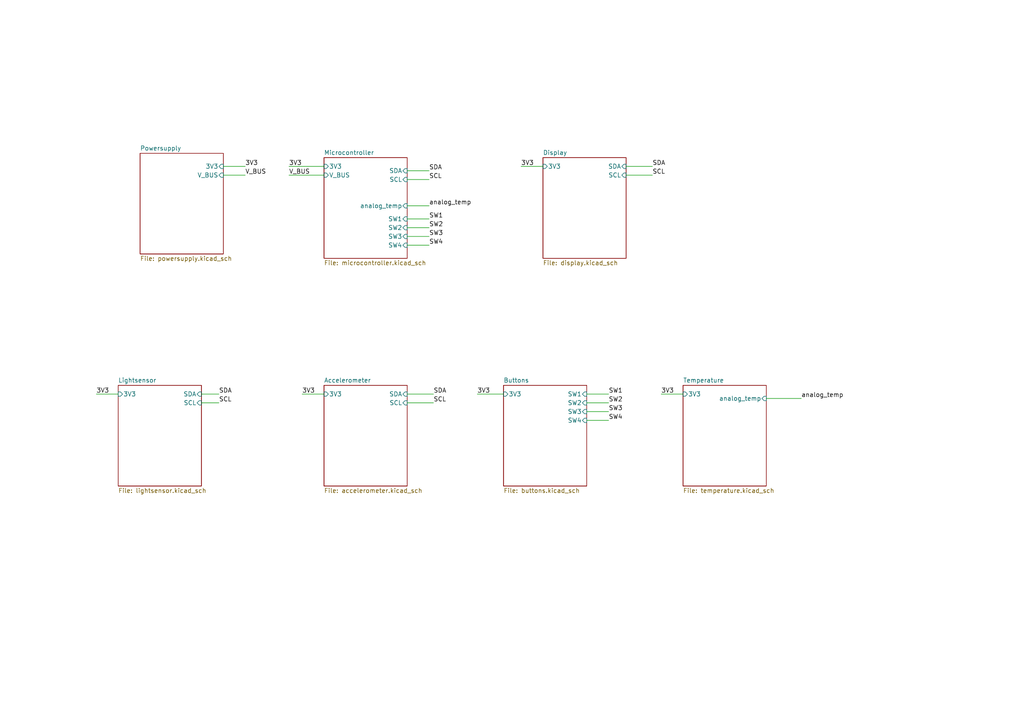
<source format=kicad_sch>
(kicad_sch
	(version 20231120)
	(generator "eeschema")
	(generator_version "8.0")
	(uuid "8be05e97-5dcd-4728-be4d-0875526ad2b5")
	(paper "A4")
	(lib_symbols)
	(wire
		(pts
			(xy 191.77 114.3) (xy 198.12 114.3)
		)
		(stroke
			(width 0)
			(type default)
		)
		(uuid "03b8661b-34b3-4ef5-97a0-bcc601a4f08b")
	)
	(wire
		(pts
			(xy 118.11 68.58) (xy 124.46 68.58)
		)
		(stroke
			(width 0)
			(type default)
		)
		(uuid "056b8ecf-d6e6-452b-92f7-6e0b05f61cb6")
	)
	(wire
		(pts
			(xy 170.18 119.38) (xy 176.53 119.38)
		)
		(stroke
			(width 0)
			(type default)
		)
		(uuid "093e4eca-8fa2-43d2-a393-d0169225444e")
	)
	(wire
		(pts
			(xy 64.77 48.26) (xy 71.12 48.26)
		)
		(stroke
			(width 0)
			(type default)
		)
		(uuid "0ae225a2-1d94-4f60-bcee-f381276ba3fa")
	)
	(wire
		(pts
			(xy 83.82 48.26) (xy 93.98 48.26)
		)
		(stroke
			(width 0)
			(type default)
		)
		(uuid "0bf7fbd6-4dec-4287-a12d-8cf33d60680c")
	)
	(wire
		(pts
			(xy 138.43 114.3) (xy 146.05 114.3)
		)
		(stroke
			(width 0)
			(type default)
		)
		(uuid "19bcad36-ecd9-4f2b-921c-38088e5036b0")
	)
	(wire
		(pts
			(xy 64.77 50.8) (xy 71.12 50.8)
		)
		(stroke
			(width 0)
			(type default)
		)
		(uuid "1d9c65b6-800b-453b-affe-e1a1bb7e1d54")
	)
	(wire
		(pts
			(xy 27.94 114.3) (xy 34.29 114.3)
		)
		(stroke
			(width 0)
			(type default)
		)
		(uuid "251b3e70-bc3c-41e3-aca7-f8c00e264aba")
	)
	(wire
		(pts
			(xy 170.18 116.84) (xy 176.53 116.84)
		)
		(stroke
			(width 0)
			(type default)
		)
		(uuid "34153bcf-f5e3-4cb0-b8b0-56182b3bf3df")
	)
	(wire
		(pts
			(xy 170.18 121.92) (xy 176.53 121.92)
		)
		(stroke
			(width 0)
			(type default)
		)
		(uuid "5d60624e-ca05-4ee0-832c-496e92f9c9cb")
	)
	(wire
		(pts
			(xy 118.11 52.07) (xy 124.46 52.07)
		)
		(stroke
			(width 0)
			(type default)
		)
		(uuid "6b184ac1-1f9a-4f8f-bd0f-d525251ae74d")
	)
	(wire
		(pts
			(xy 118.11 63.5) (xy 124.46 63.5)
		)
		(stroke
			(width 0)
			(type default)
		)
		(uuid "6bbbb051-daef-4eeb-aa26-9ee10c9af588")
	)
	(wire
		(pts
			(xy 118.11 116.84) (xy 125.73 116.84)
		)
		(stroke
			(width 0)
			(type default)
		)
		(uuid "6e7e5f96-957b-4ad3-bf5f-59f29fcd2a98")
	)
	(wire
		(pts
			(xy 181.61 48.26) (xy 189.23 48.26)
		)
		(stroke
			(width 0)
			(type default)
		)
		(uuid "7a154341-2eab-4c21-bc14-57afc9387476")
	)
	(wire
		(pts
			(xy 58.42 116.84) (xy 63.5 116.84)
		)
		(stroke
			(width 0)
			(type default)
		)
		(uuid "7a5be44a-f518-4ba8-b11a-55b0737f8049")
	)
	(wire
		(pts
			(xy 151.13 48.26) (xy 157.48 48.26)
		)
		(stroke
			(width 0)
			(type default)
		)
		(uuid "7fb531cb-afd1-4ae2-be92-b73c5eaaef6c")
	)
	(wire
		(pts
			(xy 83.82 50.8) (xy 93.98 50.8)
		)
		(stroke
			(width 0)
			(type default)
		)
		(uuid "982ca279-f2af-45d9-91ad-7548269d547d")
	)
	(wire
		(pts
			(xy 118.11 114.3) (xy 125.73 114.3)
		)
		(stroke
			(width 0)
			(type default)
		)
		(uuid "9ed288d9-d496-4994-b1e8-b0a1c01ac715")
	)
	(wire
		(pts
			(xy 170.18 114.3) (xy 176.53 114.3)
		)
		(stroke
			(width 0)
			(type default)
		)
		(uuid "a0b2b203-a5b2-48a8-8f20-ca7e27af8272")
	)
	(wire
		(pts
			(xy 118.11 71.12) (xy 124.46 71.12)
		)
		(stroke
			(width 0)
			(type default)
		)
		(uuid "a46447b3-5cee-4860-9f14-a848114a0844")
	)
	(wire
		(pts
			(xy 58.42 114.3) (xy 63.5 114.3)
		)
		(stroke
			(width 0)
			(type default)
		)
		(uuid "a8a6f1e8-f9a9-4d63-94c8-0aa472769c68")
	)
	(wire
		(pts
			(xy 118.11 66.04) (xy 124.46 66.04)
		)
		(stroke
			(width 0)
			(type default)
		)
		(uuid "cab66be8-d7d7-4491-b199-d68efbce2c6b")
	)
	(wire
		(pts
			(xy 222.25 115.57) (xy 232.41 115.57)
		)
		(stroke
			(width 0)
			(type default)
		)
		(uuid "ce97c9d5-4da1-4b37-96c1-f3e12d799668")
	)
	(wire
		(pts
			(xy 87.63 114.3) (xy 93.98 114.3)
		)
		(stroke
			(width 0)
			(type default)
		)
		(uuid "d6c37d8d-ce42-4dbf-962e-36436f771fb6")
	)
	(wire
		(pts
			(xy 118.11 59.69) (xy 124.46 59.69)
		)
		(stroke
			(width 0)
			(type default)
		)
		(uuid "db8ae876-e382-48fd-b57c-86acbfced623")
	)
	(wire
		(pts
			(xy 181.61 50.8) (xy 189.23 50.8)
		)
		(stroke
			(width 0)
			(type default)
		)
		(uuid "e4c70340-63c8-4ce3-b232-c97fe45c8840")
	)
	(wire
		(pts
			(xy 118.11 49.53) (xy 124.46 49.53)
		)
		(stroke
			(width 0)
			(type default)
		)
		(uuid "f1f68b9d-51bb-43be-8740-b82f472ba744")
	)
	(label "SW1"
		(at 124.46 63.5 0)
		(fields_autoplaced yes)
		(effects
			(font
				(size 1.27 1.27)
			)
			(justify left bottom)
		)
		(uuid "02f1de21-5f02-4914-8456-f7e64a78df54")
	)
	(label "SW2"
		(at 176.53 116.84 0)
		(fields_autoplaced yes)
		(effects
			(font
				(size 1.27 1.27)
			)
			(justify left bottom)
		)
		(uuid "0d8e04ba-662a-4e21-a0e8-eddbcccece10")
	)
	(label "SCL"
		(at 125.73 116.84 0)
		(fields_autoplaced yes)
		(effects
			(font
				(size 1.27 1.27)
			)
			(justify left bottom)
		)
		(uuid "306f7eaf-8923-4171-bd96-5f187cf09835")
	)
	(label "SW4"
		(at 124.46 71.12 0)
		(fields_autoplaced yes)
		(effects
			(font
				(size 1.27 1.27)
			)
			(justify left bottom)
		)
		(uuid "353ce124-519c-4111-8911-0e4c36fffb75")
	)
	(label "SDA"
		(at 125.73 114.3 0)
		(fields_autoplaced yes)
		(effects
			(font
				(size 1.27 1.27)
			)
			(justify left bottom)
		)
		(uuid "3b573054-201f-409f-9a26-e334fcd13ef4")
	)
	(label "3V3"
		(at 83.82 48.26 0)
		(fields_autoplaced yes)
		(effects
			(font
				(size 1.27 1.27)
			)
			(justify left bottom)
		)
		(uuid "3bc8a01b-db57-4dc2-bf34-748db91b27ca")
	)
	(label "SW1"
		(at 176.53 114.3 0)
		(fields_autoplaced yes)
		(effects
			(font
				(size 1.27 1.27)
			)
			(justify left bottom)
		)
		(uuid "4668eb36-0620-49da-a159-1ae2270e3496")
	)
	(label "SW4"
		(at 176.53 121.92 0)
		(fields_autoplaced yes)
		(effects
			(font
				(size 1.27 1.27)
			)
			(justify left bottom)
		)
		(uuid "52a6df2a-4afc-4268-9ad7-fa2c4bc8f030")
	)
	(label "3V3"
		(at 87.63 114.3 0)
		(fields_autoplaced yes)
		(effects
			(font
				(size 1.27 1.27)
			)
			(justify left bottom)
		)
		(uuid "6a801c46-b239-48cc-b57a-7b4592f0d4bc")
	)
	(label "SDA"
		(at 189.23 48.26 0)
		(fields_autoplaced yes)
		(effects
			(font
				(size 1.27 1.27)
			)
			(justify left bottom)
		)
		(uuid "6f58fb58-d106-4ecf-a887-25ef665773f8")
	)
	(label "3V3"
		(at 138.43 114.3 0)
		(fields_autoplaced yes)
		(effects
			(font
				(size 1.27 1.27)
			)
			(justify left bottom)
		)
		(uuid "73f02346-ffb8-44e8-9ece-013aff3c773b")
	)
	(label "analog_temp"
		(at 232.41 115.57 0)
		(fields_autoplaced yes)
		(effects
			(font
				(size 1.27 1.27)
			)
			(justify left bottom)
		)
		(uuid "79405c65-6503-43c6-9429-9c11c293566a")
	)
	(label "SW2"
		(at 124.46 66.04 0)
		(fields_autoplaced yes)
		(effects
			(font
				(size 1.27 1.27)
			)
			(justify left bottom)
		)
		(uuid "7daeacbf-5e45-4b18-8b00-71255d221b5a")
	)
	(label "SCL"
		(at 63.5 116.84 0)
		(fields_autoplaced yes)
		(effects
			(font
				(size 1.27 1.27)
			)
			(justify left bottom)
		)
		(uuid "8371c571-e9ed-4643-8a0c-69fc36f0f0c4")
	)
	(label "SDA"
		(at 63.5 114.3 0)
		(fields_autoplaced yes)
		(effects
			(font
				(size 1.27 1.27)
			)
			(justify left bottom)
		)
		(uuid "8a58fa1c-76c7-43c0-ac3b-8dae874d031a")
	)
	(label "3V3"
		(at 151.13 48.26 0)
		(fields_autoplaced yes)
		(effects
			(font
				(size 1.27 1.27)
			)
			(justify left bottom)
		)
		(uuid "8c47b4de-9b12-4829-a7d2-e013ee78fe55")
	)
	(label "SCL"
		(at 189.23 50.8 0)
		(fields_autoplaced yes)
		(effects
			(font
				(size 1.27 1.27)
			)
			(justify left bottom)
		)
		(uuid "978b662e-f017-4eba-a082-f8d5e5cfb236")
	)
	(label "SW3"
		(at 124.46 68.58 0)
		(fields_autoplaced yes)
		(effects
			(font
				(size 1.27 1.27)
			)
			(justify left bottom)
		)
		(uuid "9eb01538-c19d-40b2-a253-954b06d2431b")
	)
	(label "SDA"
		(at 124.46 49.53 0)
		(fields_autoplaced yes)
		(effects
			(font
				(size 1.27 1.27)
			)
			(justify left bottom)
		)
		(uuid "a2de02d2-97c1-4492-a458-914385d8d7c3")
	)
	(label "3V3"
		(at 27.94 114.3 0)
		(fields_autoplaced yes)
		(effects
			(font
				(size 1.27 1.27)
			)
			(justify left bottom)
		)
		(uuid "a97b0e09-e286-4438-b0f0-5932d4662f80")
	)
	(label "analog_temp"
		(at 124.46 59.69 0)
		(fields_autoplaced yes)
		(effects
			(font
				(size 1.27 1.27)
			)
			(justify left bottom)
		)
		(uuid "b43638e9-c342-4f5e-848d-dea2190987e3")
	)
	(label "V_BUS"
		(at 71.12 50.8 0)
		(fields_autoplaced yes)
		(effects
			(font
				(size 1.27 1.27)
			)
			(justify left bottom)
		)
		(uuid "c5c57376-c733-4484-953e-2494a3c63df4")
	)
	(label "3V3"
		(at 191.77 114.3 0)
		(fields_autoplaced yes)
		(effects
			(font
				(size 1.27 1.27)
			)
			(justify left bottom)
		)
		(uuid "d792d02a-79fb-4871-9769-b40c66213582")
	)
	(label "SW3"
		(at 176.53 119.38 0)
		(fields_autoplaced yes)
		(effects
			(font
				(size 1.27 1.27)
			)
			(justify left bottom)
		)
		(uuid "d821fc1a-5cb0-4ca4-a395-46debb1dadf8")
	)
	(label "SCL"
		(at 124.46 52.07 0)
		(fields_autoplaced yes)
		(effects
			(font
				(size 1.27 1.27)
			)
			(justify left bottom)
		)
		(uuid "eb70edd3-fc46-47ff-a1ed-1c1a22dd2797")
	)
	(label "3V3"
		(at 71.12 48.26 0)
		(fields_autoplaced yes)
		(effects
			(font
				(size 1.27 1.27)
			)
			(justify left bottom)
		)
		(uuid "f0a49ccd-6a77-4c2a-992c-7dccd95c2246")
	)
	(label "V_BUS"
		(at 83.82 50.8 0)
		(fields_autoplaced yes)
		(effects
			(font
				(size 1.27 1.27)
			)
			(justify left bottom)
		)
		(uuid "faeb2d98-9f9e-43f0-b8c0-eb60ee89bbc9")
	)
	(sheet
		(at 34.29 111.76)
		(size 24.13 29.21)
		(fields_autoplaced yes)
		(stroke
			(width 0.1524)
			(type solid)
		)
		(fill
			(color 0 0 0 0.0000)
		)
		(uuid "25a26dcd-8080-4b91-89d1-79042363847b")
		(property "Sheetname" "Lightsensor"
			(at 34.29 111.0484 0)
			(effects
				(font
					(size 1.27 1.27)
				)
				(justify left bottom)
			)
		)
		(property "Sheetfile" "lightsensor.kicad_sch"
			(at 34.29 141.5546 0)
			(effects
				(font
					(size 1.27 1.27)
				)
				(justify left top)
			)
		)
		(pin "SCL" input
			(at 58.42 116.84 0)
			(effects
				(font
					(size 1.27 1.27)
				)
				(justify right)
			)
			(uuid "d706d890-67d5-4818-a2f4-e6e78b596aa0")
		)
		(pin "SDA" input
			(at 58.42 114.3 0)
			(effects
				(font
					(size 1.27 1.27)
				)
				(justify right)
			)
			(uuid "5edaa819-79dd-4840-8f17-5c23b1e2a623")
		)
		(pin "3V3" input
			(at 34.29 114.3 180)
			(effects
				(font
					(size 1.27 1.27)
				)
				(justify left)
			)
			(uuid "0a82be41-d153-4a22-ab5c-5270adbb2dfb")
		)
		(instances
			(project "Riddle_PCB"
				(path "/8be05e97-5dcd-4728-be4d-0875526ad2b5"
					(page "9")
				)
			)
		)
	)
	(sheet
		(at 40.64 44.45)
		(size 24.13 29.21)
		(fields_autoplaced yes)
		(stroke
			(width 0.1524)
			(type solid)
		)
		(fill
			(color 0 0 0 0.0000)
		)
		(uuid "56346ff2-5a7d-4d9b-9ef3-e2f376c06016")
		(property "Sheetname" "Powersupply"
			(at 40.64 43.7384 0)
			(effects
				(font
					(size 1.27 1.27)
				)
				(justify left bottom)
			)
		)
		(property "Sheetfile" "powersupply.kicad_sch"
			(at 40.64 74.2446 0)
			(effects
				(font
					(size 1.27 1.27)
				)
				(justify left top)
			)
		)
		(pin "3V3" input
			(at 64.77 48.26 0)
			(effects
				(font
					(size 1.27 1.27)
				)
				(justify right)
			)
			(uuid "f1c2eed2-4969-4a2a-a4a6-4887c95e572d")
		)
		(pin "V_BUS" input
			(at 64.77 50.8 0)
			(effects
				(font
					(size 1.27 1.27)
				)
				(justify right)
			)
			(uuid "ee2ec908-1d4c-44b1-b103-2d5be1680a4e")
		)
		(instances
			(project "Riddle_PCB"
				(path "/8be05e97-5dcd-4728-be4d-0875526ad2b5"
					(page "2")
				)
			)
		)
	)
	(sheet
		(at 93.98 111.76)
		(size 24.13 29.21)
		(fields_autoplaced yes)
		(stroke
			(width 0.1524)
			(type solid)
		)
		(fill
			(color 0 0 0 0.0000)
		)
		(uuid "5ea14c8d-5191-4cb5-82f0-46093b97cd04")
		(property "Sheetname" "Accelerometer"
			(at 93.98 111.0484 0)
			(effects
				(font
					(size 1.27 1.27)
				)
				(justify left bottom)
			)
		)
		(property "Sheetfile" "accelerometer.kicad_sch"
			(at 93.98 141.5546 0)
			(effects
				(font
					(size 1.27 1.27)
				)
				(justify left top)
			)
		)
		(pin "SDA" input
			(at 118.11 114.3 0)
			(effects
				(font
					(size 1.27 1.27)
				)
				(justify right)
			)
			(uuid "e19732a8-2c92-4143-92d1-591c2fa6203d")
		)
		(pin "3V3" input
			(at 93.98 114.3 180)
			(effects
				(font
					(size 1.27 1.27)
				)
				(justify left)
			)
			(uuid "d33bce80-feba-407a-9d30-49d1a98e498b")
		)
		(pin "SCL" input
			(at 118.11 116.84 0)
			(effects
				(font
					(size 1.27 1.27)
				)
				(justify right)
			)
			(uuid "5e8b560f-cfeb-4aa2-b0cf-3714d6f857a4")
		)
		(instances
			(project "Riddle_PCB"
				(path "/8be05e97-5dcd-4728-be4d-0875526ad2b5"
					(page "6")
				)
			)
		)
	)
	(sheet
		(at 93.98 45.72)
		(size 24.13 29.21)
		(fields_autoplaced yes)
		(stroke
			(width 0.1524)
			(type solid)
		)
		(fill
			(color 0 0 0 0.0000)
		)
		(uuid "7557c007-a2ff-4c7f-89b5-43cbb85e8482")
		(property "Sheetname" "Microcontroller"
			(at 93.98 45.0084 0)
			(effects
				(font
					(size 1.27 1.27)
				)
				(justify left bottom)
			)
		)
		(property "Sheetfile" "microcontroller.kicad_sch"
			(at 93.98 75.5146 0)
			(effects
				(font
					(size 1.27 1.27)
				)
				(justify left top)
			)
		)
		(pin "V_BUS" input
			(at 93.98 50.8 180)
			(effects
				(font
					(size 1.27 1.27)
				)
				(justify left)
			)
			(uuid "b031ffe1-10c2-4489-a2b7-5175df1b8644")
		)
		(pin "3V3" input
			(at 93.98 48.26 180)
			(effects
				(font
					(size 1.27 1.27)
				)
				(justify left)
			)
			(uuid "2c26015b-4681-4eb1-a4dd-69f879226563")
		)
		(pin "analog_temp" input
			(at 118.11 59.69 0)
			(effects
				(font
					(size 1.27 1.27)
				)
				(justify right)
			)
			(uuid "0f62a0f6-cff4-4b00-8408-083fcacdf254")
		)
		(pin "SDA" input
			(at 118.11 49.53 0)
			(effects
				(font
					(size 1.27 1.27)
				)
				(justify right)
			)
			(uuid "c3e9dd5b-930f-4fc2-8300-47d276d222c5")
		)
		(pin "SCL" input
			(at 118.11 52.07 0)
			(effects
				(font
					(size 1.27 1.27)
				)
				(justify right)
			)
			(uuid "0ac026ff-7a0b-47d0-b59b-72589e33e3e2")
		)
		(pin "SW1" input
			(at 118.11 63.5 0)
			(effects
				(font
					(size 1.27 1.27)
				)
				(justify right)
			)
			(uuid "eb151a66-d2c4-4e38-a8ae-eac84e0120ee")
		)
		(pin "SW2" input
			(at 118.11 66.04 0)
			(effects
				(font
					(size 1.27 1.27)
				)
				(justify right)
			)
			(uuid "591eb610-5ed1-49b8-8217-3b846d6d8d22")
		)
		(pin "SW3" input
			(at 118.11 68.58 0)
			(effects
				(font
					(size 1.27 1.27)
				)
				(justify right)
			)
			(uuid "6f6a5486-1d9a-4fd0-b576-57544779eba4")
		)
		(pin "SW4" input
			(at 118.11 71.12 0)
			(effects
				(font
					(size 1.27 1.27)
				)
				(justify right)
			)
			(uuid "ead2d5df-dfbc-4a2a-92e7-b5c22fe51b5c")
		)
		(instances
			(project "Riddle_PCB"
				(path "/8be05e97-5dcd-4728-be4d-0875526ad2b5"
					(page "3")
				)
			)
		)
	)
	(sheet
		(at 146.05 111.76)
		(size 24.13 29.21)
		(fields_autoplaced yes)
		(stroke
			(width 0.1524)
			(type solid)
		)
		(fill
			(color 0 0 0 0.0000)
		)
		(uuid "7ce85457-32fd-4ae3-a747-c324530bd3b8")
		(property "Sheetname" "Buttons"
			(at 146.05 111.0484 0)
			(effects
				(font
					(size 1.27 1.27)
				)
				(justify left bottom)
			)
		)
		(property "Sheetfile" "buttons.kicad_sch"
			(at 146.05 141.5546 0)
			(effects
				(font
					(size 1.27 1.27)
				)
				(justify left top)
			)
		)
		(pin "3V3" input
			(at 146.05 114.3 180)
			(effects
				(font
					(size 1.27 1.27)
				)
				(justify left)
			)
			(uuid "ac6255b1-152a-4525-8b6a-6e6d348e68be")
		)
		(pin "SW1" input
			(at 170.18 114.3 0)
			(effects
				(font
					(size 1.27 1.27)
				)
				(justify right)
			)
			(uuid "f488e350-7b97-42fe-a14f-69a190d619f6")
		)
		(pin "SW2" input
			(at 170.18 116.84 0)
			(effects
				(font
					(size 1.27 1.27)
				)
				(justify right)
			)
			(uuid "ceb4cd1d-cfd3-4cbd-a0f0-82329fbd7157")
		)
		(pin "SW3" input
			(at 170.18 119.38 0)
			(effects
				(font
					(size 1.27 1.27)
				)
				(justify right)
			)
			(uuid "dc8c994d-b7b6-427b-92d5-a1eb65b93950")
		)
		(pin "SW4" input
			(at 170.18 121.92 0)
			(effects
				(font
					(size 1.27 1.27)
				)
				(justify right)
			)
			(uuid "81bb55fe-14ec-4746-8928-62b6009873fe")
		)
		(instances
			(project "Riddle_PCB"
				(path "/8be05e97-5dcd-4728-be4d-0875526ad2b5"
					(page "8")
				)
			)
		)
	)
	(sheet
		(at 198.12 111.76)
		(size 24.13 29.21)
		(fields_autoplaced yes)
		(stroke
			(width 0.1524)
			(type solid)
		)
		(fill
			(color 0 0 0 0.0000)
		)
		(uuid "e1da027c-dbb2-4905-afe7-633cadb4a0c2")
		(property "Sheetname" "Temperature"
			(at 198.12 111.0484 0)
			(effects
				(font
					(size 1.27 1.27)
				)
				(justify left bottom)
			)
		)
		(property "Sheetfile" "temperature.kicad_sch"
			(at 198.12 141.5546 0)
			(effects
				(font
					(size 1.27 1.27)
				)
				(justify left top)
			)
		)
		(pin "analog_temp" input
			(at 222.25 115.57 0)
			(effects
				(font
					(size 1.27 1.27)
				)
				(justify right)
			)
			(uuid "65feb165-e94b-4235-b688-9d79f96ec9e5")
		)
		(pin "3V3" input
			(at 198.12 114.3 180)
			(effects
				(font
					(size 1.27 1.27)
				)
				(justify left)
			)
			(uuid "67f6421f-91f4-4f10-a72b-bae9c170a5bf")
		)
		(instances
			(project "Riddle_PCB"
				(path "/8be05e97-5dcd-4728-be4d-0875526ad2b5"
					(page "5")
				)
			)
		)
	)
	(sheet
		(at 157.48 45.72)
		(size 24.13 29.21)
		(fields_autoplaced yes)
		(stroke
			(width 0.1524)
			(type solid)
		)
		(fill
			(color 0 0 0 0.0000)
		)
		(uuid "f2bcc3c9-5cea-4729-bdbe-b804b2798094")
		(property "Sheetname" "Display"
			(at 157.48 45.0084 0)
			(effects
				(font
					(size 1.27 1.27)
				)
				(justify left bottom)
			)
		)
		(property "Sheetfile" "display.kicad_sch"
			(at 157.48 75.5146 0)
			(effects
				(font
					(size 1.27 1.27)
				)
				(justify left top)
			)
		)
		(pin "SCL" input
			(at 181.61 50.8 0)
			(effects
				(font
					(size 1.27 1.27)
				)
				(justify right)
			)
			(uuid "6e9bd974-e73c-4d78-8db2-9d80997f1ae7")
		)
		(pin "SDA" input
			(at 181.61 48.26 0)
			(effects
				(font
					(size 1.27 1.27)
				)
				(justify right)
			)
			(uuid "409675de-4a59-44f2-8083-1ac45234f38c")
		)
		(pin "3V3" input
			(at 157.48 48.26 180)
			(effects
				(font
					(size 1.27 1.27)
				)
				(justify left)
			)
			(uuid "85545a21-fc28-4945-a185-810ce9062b59")
		)
		(instances
			(project "Riddle_PCB"
				(path "/8be05e97-5dcd-4728-be4d-0875526ad2b5"
					(page "4")
				)
			)
		)
	)
	(sheet_instances
		(path "/"
			(page "1")
		)
	)
)
</source>
